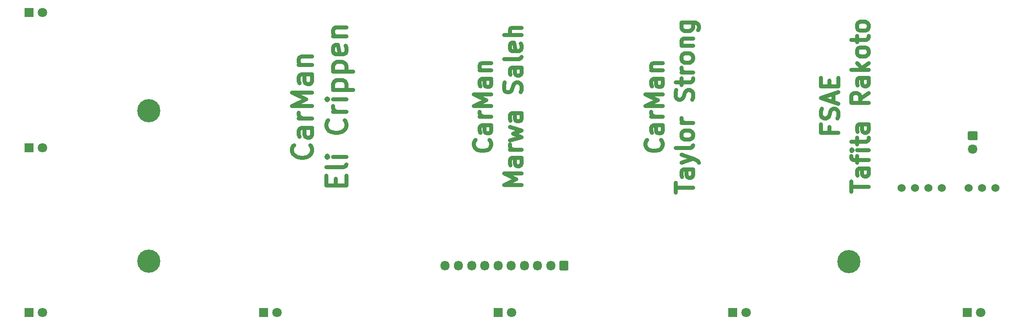
<source format=gbr>
%TF.GenerationSoftware,KiCad,Pcbnew,(5.1.9)-1*%
%TF.CreationDate,2022-03-08T15:51:05-05:00*%
%TF.ProjectId,Front Dash,46726f6e-7420-4446-9173-682e6b696361,rev?*%
%TF.SameCoordinates,Original*%
%TF.FileFunction,Soldermask,Top*%
%TF.FilePolarity,Negative*%
%FSLAX46Y46*%
G04 Gerber Fmt 4.6, Leading zero omitted, Abs format (unit mm)*
G04 Created by KiCad (PCBNEW (5.1.9)-1) date 2022-03-08 15:51:05*
%MOMM*%
%LPD*%
G01*
G04 APERTURE LIST*
%ADD10C,0.762000*%
%ADD11C,1.800000*%
%ADD12R,1.800000X1.800000*%
%ADD13C,1.524000*%
%ADD14C,4.400000*%
%ADD15O,1.850000X1.700000*%
%ADD16O,1.700000X1.850000*%
G04 APERTURE END LIST*
D10*
X115470214Y-65513857D02*
X115651642Y-65695285D01*
X115833071Y-66239571D01*
X115833071Y-66602428D01*
X115651642Y-67146714D01*
X115288785Y-67509571D01*
X114925928Y-67691000D01*
X114200214Y-67872428D01*
X113655928Y-67872428D01*
X112930214Y-67691000D01*
X112567357Y-67509571D01*
X112204500Y-67146714D01*
X112023071Y-66602428D01*
X112023071Y-66239571D01*
X112204500Y-65695285D01*
X112385928Y-65513857D01*
X115833071Y-62248142D02*
X113837357Y-62248142D01*
X113474500Y-62429571D01*
X113293071Y-62792428D01*
X113293071Y-63518142D01*
X113474500Y-63881000D01*
X115651642Y-62248142D02*
X115833071Y-62611000D01*
X115833071Y-63518142D01*
X115651642Y-63881000D01*
X115288785Y-64062428D01*
X114925928Y-64062428D01*
X114563071Y-63881000D01*
X114381642Y-63518142D01*
X114381642Y-62611000D01*
X114200214Y-62248142D01*
X115833071Y-60433857D02*
X113293071Y-60433857D01*
X114018785Y-60433857D02*
X113655928Y-60252428D01*
X113474500Y-60071000D01*
X113293071Y-59708142D01*
X113293071Y-59345285D01*
X115833071Y-58075285D02*
X112023071Y-58075285D01*
X114744500Y-56805285D01*
X112023071Y-55535285D01*
X115833071Y-55535285D01*
X115833071Y-52088142D02*
X113837357Y-52088142D01*
X113474500Y-52269571D01*
X113293071Y-52632428D01*
X113293071Y-53358142D01*
X113474500Y-53721000D01*
X115651642Y-52088142D02*
X115833071Y-52451000D01*
X115833071Y-53358142D01*
X115651642Y-53721000D01*
X115288785Y-53902428D01*
X114925928Y-53902428D01*
X114563071Y-53721000D01*
X114381642Y-53358142D01*
X114381642Y-52451000D01*
X114200214Y-52088142D01*
X113293071Y-50273857D02*
X115833071Y-50273857D01*
X113655928Y-50273857D02*
X113474500Y-50092428D01*
X113293071Y-49729571D01*
X113293071Y-49185285D01*
X113474500Y-48822428D01*
X113837357Y-48641000D01*
X115833071Y-48641000D01*
X120314357Y-73133857D02*
X120314357Y-71863857D01*
X122310071Y-71319571D02*
X122310071Y-73133857D01*
X118500071Y-73133857D01*
X118500071Y-71319571D01*
X122310071Y-69142428D02*
X122128642Y-69505285D01*
X121765785Y-69686714D01*
X118500071Y-69686714D01*
X122310071Y-67691000D02*
X119770071Y-67691000D01*
X118500071Y-67691000D02*
X118681500Y-67872428D01*
X118862928Y-67691000D01*
X118681500Y-67509571D01*
X118500071Y-67691000D01*
X118862928Y-67691000D01*
X121947214Y-60796714D02*
X122128642Y-60978142D01*
X122310071Y-61522428D01*
X122310071Y-61885285D01*
X122128642Y-62429571D01*
X121765785Y-62792428D01*
X121402928Y-62973857D01*
X120677214Y-63155285D01*
X120132928Y-63155285D01*
X119407214Y-62973857D01*
X119044357Y-62792428D01*
X118681500Y-62429571D01*
X118500071Y-61885285D01*
X118500071Y-61522428D01*
X118681500Y-60978142D01*
X118862928Y-60796714D01*
X122310071Y-59163857D02*
X119770071Y-59163857D01*
X120495785Y-59163857D02*
X120132928Y-58982428D01*
X119951500Y-58801000D01*
X119770071Y-58438142D01*
X119770071Y-58075285D01*
X122310071Y-56805285D02*
X119770071Y-56805285D01*
X118500071Y-56805285D02*
X118681500Y-56986714D01*
X118862928Y-56805285D01*
X118681500Y-56623857D01*
X118500071Y-56805285D01*
X118862928Y-56805285D01*
X119770071Y-54991000D02*
X123580071Y-54991000D01*
X119951500Y-54991000D02*
X119770071Y-54628142D01*
X119770071Y-53902428D01*
X119951500Y-53539571D01*
X120132928Y-53358142D01*
X120495785Y-53176714D01*
X121584357Y-53176714D01*
X121947214Y-53358142D01*
X122128642Y-53539571D01*
X122310071Y-53902428D01*
X122310071Y-54628142D01*
X122128642Y-54991000D01*
X119770071Y-51543857D02*
X123580071Y-51543857D01*
X119951500Y-51543857D02*
X119770071Y-51181000D01*
X119770071Y-50455285D01*
X119951500Y-50092428D01*
X120132928Y-49911000D01*
X120495785Y-49729571D01*
X121584357Y-49729571D01*
X121947214Y-49911000D01*
X122128642Y-50092428D01*
X122310071Y-50455285D01*
X122310071Y-51181000D01*
X122128642Y-51543857D01*
X122128642Y-46645285D02*
X122310071Y-47008142D01*
X122310071Y-47733857D01*
X122128642Y-48096714D01*
X121765785Y-48278142D01*
X120314357Y-48278142D01*
X119951500Y-48096714D01*
X119770071Y-47733857D01*
X119770071Y-47008142D01*
X119951500Y-46645285D01*
X120314357Y-46463857D01*
X120677214Y-46463857D01*
X121040071Y-48278142D01*
X119770071Y-44831000D02*
X122310071Y-44831000D01*
X120132928Y-44831000D02*
X119951500Y-44649571D01*
X119770071Y-44286714D01*
X119770071Y-43742428D01*
X119951500Y-43379571D01*
X120314357Y-43198142D01*
X122310071Y-43198142D01*
X181963785Y-64534142D02*
X182121023Y-64691380D01*
X182278261Y-65163095D01*
X182278261Y-65477571D01*
X182121023Y-65949285D01*
X181806547Y-66263761D01*
X181492071Y-66421000D01*
X180863119Y-66578238D01*
X180391404Y-66578238D01*
X179762452Y-66421000D01*
X179447976Y-66263761D01*
X179133500Y-65949285D01*
X178976261Y-65477571D01*
X178976261Y-65163095D01*
X179133500Y-64691380D01*
X179290738Y-64534142D01*
X182278261Y-61703857D02*
X180548642Y-61703857D01*
X180234166Y-61861095D01*
X180076928Y-62175571D01*
X180076928Y-62804523D01*
X180234166Y-63119000D01*
X182121023Y-61703857D02*
X182278261Y-62018333D01*
X182278261Y-62804523D01*
X182121023Y-63119000D01*
X181806547Y-63276238D01*
X181492071Y-63276238D01*
X181177595Y-63119000D01*
X181020357Y-62804523D01*
X181020357Y-62018333D01*
X180863119Y-61703857D01*
X182278261Y-60131476D02*
X180076928Y-60131476D01*
X180705880Y-60131476D02*
X180391404Y-59974238D01*
X180234166Y-59817000D01*
X180076928Y-59502523D01*
X180076928Y-59188047D01*
X182278261Y-58087380D02*
X178976261Y-58087380D01*
X181334833Y-56986714D01*
X178976261Y-55886047D01*
X182278261Y-55886047D01*
X182278261Y-52898523D02*
X180548642Y-52898523D01*
X180234166Y-53055761D01*
X180076928Y-53370238D01*
X180076928Y-53999190D01*
X180234166Y-54313666D01*
X182121023Y-52898523D02*
X182278261Y-53213000D01*
X182278261Y-53999190D01*
X182121023Y-54313666D01*
X181806547Y-54470904D01*
X181492071Y-54470904D01*
X181177595Y-54313666D01*
X181020357Y-53999190D01*
X181020357Y-53213000D01*
X180863119Y-52898523D01*
X180076928Y-51326142D02*
X182278261Y-51326142D01*
X180391404Y-51326142D02*
X180234166Y-51168904D01*
X180076928Y-50854428D01*
X180076928Y-50382714D01*
X180234166Y-50068238D01*
X180548642Y-49911000D01*
X182278261Y-49911000D01*
X184691261Y-74518761D02*
X184691261Y-72631904D01*
X187993261Y-73575333D02*
X184691261Y-73575333D01*
X187993261Y-70116095D02*
X186263642Y-70116095D01*
X185949166Y-70273333D01*
X185791928Y-70587809D01*
X185791928Y-71216761D01*
X185949166Y-71531238D01*
X187836023Y-70116095D02*
X187993261Y-70430571D01*
X187993261Y-71216761D01*
X187836023Y-71531238D01*
X187521547Y-71688476D01*
X187207071Y-71688476D01*
X186892595Y-71531238D01*
X186735357Y-71216761D01*
X186735357Y-70430571D01*
X186578119Y-70116095D01*
X185791928Y-68858190D02*
X187993261Y-68072000D01*
X185791928Y-67285809D02*
X187993261Y-68072000D01*
X188779452Y-68386476D01*
X188936690Y-68543714D01*
X189093928Y-68858190D01*
X187993261Y-65556190D02*
X187836023Y-65870666D01*
X187521547Y-66027904D01*
X184691261Y-66027904D01*
X187993261Y-63826571D02*
X187836023Y-64141047D01*
X187678785Y-64298285D01*
X187364309Y-64455523D01*
X186420880Y-64455523D01*
X186106404Y-64298285D01*
X185949166Y-64141047D01*
X185791928Y-63826571D01*
X185791928Y-63354857D01*
X185949166Y-63040380D01*
X186106404Y-62883142D01*
X186420880Y-62725904D01*
X187364309Y-62725904D01*
X187678785Y-62883142D01*
X187836023Y-63040380D01*
X187993261Y-63354857D01*
X187993261Y-63826571D01*
X187993261Y-61310761D02*
X185791928Y-61310761D01*
X186420880Y-61310761D02*
X186106404Y-61153523D01*
X185949166Y-60996285D01*
X185791928Y-60681809D01*
X185791928Y-60367333D01*
X187836023Y-56908095D02*
X187993261Y-56436380D01*
X187993261Y-55650190D01*
X187836023Y-55335714D01*
X187678785Y-55178476D01*
X187364309Y-55021238D01*
X187049833Y-55021238D01*
X186735357Y-55178476D01*
X186578119Y-55335714D01*
X186420880Y-55650190D01*
X186263642Y-56279142D01*
X186106404Y-56593619D01*
X185949166Y-56750857D01*
X185634690Y-56908095D01*
X185320214Y-56908095D01*
X185005738Y-56750857D01*
X184848500Y-56593619D01*
X184691261Y-56279142D01*
X184691261Y-55492952D01*
X184848500Y-55021238D01*
X185791928Y-54077809D02*
X185791928Y-52819904D01*
X184691261Y-53606095D02*
X187521547Y-53606095D01*
X187836023Y-53448857D01*
X187993261Y-53134380D01*
X187993261Y-52819904D01*
X187993261Y-51719238D02*
X185791928Y-51719238D01*
X186420880Y-51719238D02*
X186106404Y-51562000D01*
X185949166Y-51404761D01*
X185791928Y-51090285D01*
X185791928Y-50775809D01*
X187993261Y-49203428D02*
X187836023Y-49517904D01*
X187678785Y-49675142D01*
X187364309Y-49832380D01*
X186420880Y-49832380D01*
X186106404Y-49675142D01*
X185949166Y-49517904D01*
X185791928Y-49203428D01*
X185791928Y-48731714D01*
X185949166Y-48417238D01*
X186106404Y-48260000D01*
X186420880Y-48102761D01*
X187364309Y-48102761D01*
X187678785Y-48260000D01*
X187836023Y-48417238D01*
X187993261Y-48731714D01*
X187993261Y-49203428D01*
X185791928Y-46687619D02*
X187993261Y-46687619D01*
X186106404Y-46687619D02*
X185949166Y-46530380D01*
X185791928Y-46215904D01*
X185791928Y-45744190D01*
X185949166Y-45429714D01*
X186263642Y-45272476D01*
X187993261Y-45272476D01*
X185791928Y-42284952D02*
X188464976Y-42284952D01*
X188779452Y-42442190D01*
X188936690Y-42599428D01*
X189093928Y-42913904D01*
X189093928Y-43385619D01*
X188936690Y-43700095D01*
X187836023Y-42284952D02*
X187993261Y-42599428D01*
X187993261Y-43228380D01*
X187836023Y-43542857D01*
X187678785Y-43700095D01*
X187364309Y-43857333D01*
X186420880Y-43857333D01*
X186106404Y-43700095D01*
X185949166Y-43542857D01*
X185791928Y-43228380D01*
X185791928Y-42599428D01*
X185949166Y-42284952D01*
X213822642Y-62048571D02*
X213822642Y-63149238D01*
X215552261Y-63149238D02*
X212250261Y-63149238D01*
X212250261Y-61576857D01*
X215395023Y-60476190D02*
X215552261Y-60004476D01*
X215552261Y-59218285D01*
X215395023Y-58903809D01*
X215237785Y-58746571D01*
X214923309Y-58589333D01*
X214608833Y-58589333D01*
X214294357Y-58746571D01*
X214137119Y-58903809D01*
X213979880Y-59218285D01*
X213822642Y-59847238D01*
X213665404Y-60161714D01*
X213508166Y-60318952D01*
X213193690Y-60476190D01*
X212879214Y-60476190D01*
X212564738Y-60318952D01*
X212407500Y-60161714D01*
X212250261Y-59847238D01*
X212250261Y-59061047D01*
X212407500Y-58589333D01*
X214608833Y-57331428D02*
X214608833Y-55759047D01*
X215552261Y-57645904D02*
X212250261Y-56545238D01*
X215552261Y-55444571D01*
X213822642Y-54343904D02*
X213822642Y-53243238D01*
X215552261Y-52771523D02*
X215552261Y-54343904D01*
X212250261Y-54343904D01*
X212250261Y-52771523D01*
X217965261Y-74313142D02*
X217965261Y-72426285D01*
X221267261Y-73369714D02*
X217965261Y-73369714D01*
X221267261Y-69910476D02*
X219537642Y-69910476D01*
X219223166Y-70067714D01*
X219065928Y-70382190D01*
X219065928Y-71011142D01*
X219223166Y-71325619D01*
X221110023Y-69910476D02*
X221267261Y-70224952D01*
X221267261Y-71011142D01*
X221110023Y-71325619D01*
X220795547Y-71482857D01*
X220481071Y-71482857D01*
X220166595Y-71325619D01*
X220009357Y-71011142D01*
X220009357Y-70224952D01*
X219852119Y-69910476D01*
X219065928Y-68809809D02*
X219065928Y-67551904D01*
X221267261Y-68338095D02*
X218436976Y-68338095D01*
X218122500Y-68180857D01*
X217965261Y-67866380D01*
X217965261Y-67551904D01*
X221267261Y-66451238D02*
X219065928Y-66451238D01*
X217965261Y-66451238D02*
X218122500Y-66608476D01*
X218279738Y-66451238D01*
X218122500Y-66294000D01*
X217965261Y-66451238D01*
X218279738Y-66451238D01*
X219065928Y-65350571D02*
X219065928Y-64092666D01*
X217965261Y-64878857D02*
X220795547Y-64878857D01*
X221110023Y-64721619D01*
X221267261Y-64407142D01*
X221267261Y-64092666D01*
X221267261Y-61576857D02*
X219537642Y-61576857D01*
X219223166Y-61734095D01*
X219065928Y-62048571D01*
X219065928Y-62677523D01*
X219223166Y-62992000D01*
X221110023Y-61576857D02*
X221267261Y-61891333D01*
X221267261Y-62677523D01*
X221110023Y-62992000D01*
X220795547Y-63149238D01*
X220481071Y-63149238D01*
X220166595Y-62992000D01*
X220009357Y-62677523D01*
X220009357Y-61891333D01*
X219852119Y-61576857D01*
X221267261Y-55601809D02*
X219694880Y-56702476D01*
X221267261Y-57488666D02*
X217965261Y-57488666D01*
X217965261Y-56230761D01*
X218122500Y-55916285D01*
X218279738Y-55759047D01*
X218594214Y-55601809D01*
X219065928Y-55601809D01*
X219380404Y-55759047D01*
X219537642Y-55916285D01*
X219694880Y-56230761D01*
X219694880Y-57488666D01*
X221267261Y-52771523D02*
X219537642Y-52771523D01*
X219223166Y-52928761D01*
X219065928Y-53243238D01*
X219065928Y-53872190D01*
X219223166Y-54186666D01*
X221110023Y-52771523D02*
X221267261Y-53086000D01*
X221267261Y-53872190D01*
X221110023Y-54186666D01*
X220795547Y-54343904D01*
X220481071Y-54343904D01*
X220166595Y-54186666D01*
X220009357Y-53872190D01*
X220009357Y-53086000D01*
X219852119Y-52771523D01*
X221267261Y-51199142D02*
X217965261Y-51199142D01*
X220009357Y-50884666D02*
X221267261Y-49941238D01*
X219065928Y-49941238D02*
X220323833Y-51199142D01*
X221267261Y-48054380D02*
X221110023Y-48368857D01*
X220952785Y-48526095D01*
X220638309Y-48683333D01*
X219694880Y-48683333D01*
X219380404Y-48526095D01*
X219223166Y-48368857D01*
X219065928Y-48054380D01*
X219065928Y-47582666D01*
X219223166Y-47268190D01*
X219380404Y-47110952D01*
X219694880Y-46953714D01*
X220638309Y-46953714D01*
X220952785Y-47110952D01*
X221110023Y-47268190D01*
X221267261Y-47582666D01*
X221267261Y-48054380D01*
X219065928Y-46010285D02*
X219065928Y-44752380D01*
X217965261Y-45538571D02*
X220795547Y-45538571D01*
X221110023Y-45381333D01*
X221267261Y-45066857D01*
X221267261Y-44752380D01*
X221267261Y-43180000D02*
X221110023Y-43494476D01*
X220952785Y-43651714D01*
X220638309Y-43808952D01*
X219694880Y-43808952D01*
X219380404Y-43651714D01*
X219223166Y-43494476D01*
X219065928Y-43180000D01*
X219065928Y-42708285D01*
X219223166Y-42393809D01*
X219380404Y-42236571D01*
X219694880Y-42079333D01*
X220638309Y-42079333D01*
X220952785Y-42236571D01*
X221110023Y-42393809D01*
X221267261Y-42708285D01*
X221267261Y-43180000D01*
X149451785Y-64534142D02*
X149609023Y-64691380D01*
X149766261Y-65163095D01*
X149766261Y-65477571D01*
X149609023Y-65949285D01*
X149294547Y-66263761D01*
X148980071Y-66421000D01*
X148351119Y-66578238D01*
X147879404Y-66578238D01*
X147250452Y-66421000D01*
X146935976Y-66263761D01*
X146621500Y-65949285D01*
X146464261Y-65477571D01*
X146464261Y-65163095D01*
X146621500Y-64691380D01*
X146778738Y-64534142D01*
X149766261Y-61703857D02*
X148036642Y-61703857D01*
X147722166Y-61861095D01*
X147564928Y-62175571D01*
X147564928Y-62804523D01*
X147722166Y-63119000D01*
X149609023Y-61703857D02*
X149766261Y-62018333D01*
X149766261Y-62804523D01*
X149609023Y-63119000D01*
X149294547Y-63276238D01*
X148980071Y-63276238D01*
X148665595Y-63119000D01*
X148508357Y-62804523D01*
X148508357Y-62018333D01*
X148351119Y-61703857D01*
X149766261Y-60131476D02*
X147564928Y-60131476D01*
X148193880Y-60131476D02*
X147879404Y-59974238D01*
X147722166Y-59817000D01*
X147564928Y-59502523D01*
X147564928Y-59188047D01*
X149766261Y-58087380D02*
X146464261Y-58087380D01*
X148822833Y-56986714D01*
X146464261Y-55886047D01*
X149766261Y-55886047D01*
X149766261Y-52898523D02*
X148036642Y-52898523D01*
X147722166Y-53055761D01*
X147564928Y-53370238D01*
X147564928Y-53999190D01*
X147722166Y-54313666D01*
X149609023Y-52898523D02*
X149766261Y-53213000D01*
X149766261Y-53999190D01*
X149609023Y-54313666D01*
X149294547Y-54470904D01*
X148980071Y-54470904D01*
X148665595Y-54313666D01*
X148508357Y-53999190D01*
X148508357Y-53213000D01*
X148351119Y-52898523D01*
X147564928Y-51326142D02*
X149766261Y-51326142D01*
X147879404Y-51326142D02*
X147722166Y-51168904D01*
X147564928Y-50854428D01*
X147564928Y-50382714D01*
X147722166Y-50068238D01*
X148036642Y-49911000D01*
X149766261Y-49911000D01*
X155481261Y-73103619D02*
X152179261Y-73103619D01*
X154537833Y-72002952D01*
X152179261Y-70902285D01*
X155481261Y-70902285D01*
X155481261Y-67914761D02*
X153751642Y-67914761D01*
X153437166Y-68072000D01*
X153279928Y-68386476D01*
X153279928Y-69015428D01*
X153437166Y-69329904D01*
X155324023Y-67914761D02*
X155481261Y-68229238D01*
X155481261Y-69015428D01*
X155324023Y-69329904D01*
X155009547Y-69487142D01*
X154695071Y-69487142D01*
X154380595Y-69329904D01*
X154223357Y-69015428D01*
X154223357Y-68229238D01*
X154066119Y-67914761D01*
X155481261Y-66342380D02*
X153279928Y-66342380D01*
X153908880Y-66342380D02*
X153594404Y-66185142D01*
X153437166Y-66027904D01*
X153279928Y-65713428D01*
X153279928Y-65398952D01*
X153279928Y-64612761D02*
X155481261Y-63983809D01*
X153908880Y-63354857D01*
X155481261Y-62725904D01*
X153279928Y-62096952D01*
X155481261Y-59423904D02*
X153751642Y-59423904D01*
X153437166Y-59581142D01*
X153279928Y-59895619D01*
X153279928Y-60524571D01*
X153437166Y-60839047D01*
X155324023Y-59423904D02*
X155481261Y-59738380D01*
X155481261Y-60524571D01*
X155324023Y-60839047D01*
X155009547Y-60996285D01*
X154695071Y-60996285D01*
X154380595Y-60839047D01*
X154223357Y-60524571D01*
X154223357Y-59738380D01*
X154066119Y-59423904D01*
X155324023Y-55492952D02*
X155481261Y-55021238D01*
X155481261Y-54235047D01*
X155324023Y-53920571D01*
X155166785Y-53763333D01*
X154852309Y-53606095D01*
X154537833Y-53606095D01*
X154223357Y-53763333D01*
X154066119Y-53920571D01*
X153908880Y-54235047D01*
X153751642Y-54864000D01*
X153594404Y-55178476D01*
X153437166Y-55335714D01*
X153122690Y-55492952D01*
X152808214Y-55492952D01*
X152493738Y-55335714D01*
X152336500Y-55178476D01*
X152179261Y-54864000D01*
X152179261Y-54077809D01*
X152336500Y-53606095D01*
X155481261Y-50775809D02*
X153751642Y-50775809D01*
X153437166Y-50933047D01*
X153279928Y-51247523D01*
X153279928Y-51876476D01*
X153437166Y-52190952D01*
X155324023Y-50775809D02*
X155481261Y-51090285D01*
X155481261Y-51876476D01*
X155324023Y-52190952D01*
X155009547Y-52348190D01*
X154695071Y-52348190D01*
X154380595Y-52190952D01*
X154223357Y-51876476D01*
X154223357Y-51090285D01*
X154066119Y-50775809D01*
X155481261Y-48731714D02*
X155324023Y-49046190D01*
X155009547Y-49203428D01*
X152179261Y-49203428D01*
X155324023Y-46215904D02*
X155481261Y-46530380D01*
X155481261Y-47159333D01*
X155324023Y-47473809D01*
X155009547Y-47631047D01*
X153751642Y-47631047D01*
X153437166Y-47473809D01*
X153279928Y-47159333D01*
X153279928Y-46530380D01*
X153437166Y-46215904D01*
X153751642Y-46058666D01*
X154066119Y-46058666D01*
X154380595Y-47631047D01*
X155481261Y-44643523D02*
X152179261Y-44643523D01*
X155481261Y-43228380D02*
X153751642Y-43228380D01*
X153437166Y-43385619D01*
X153279928Y-43700095D01*
X153279928Y-44171809D01*
X153437166Y-44486285D01*
X153594404Y-44643523D01*
D11*
%TO.C,D1*%
X242570000Y-97282000D03*
D12*
X240030000Y-97282000D03*
%TD*%
D11*
%TO.C,D7*%
X64770000Y-97282000D03*
D12*
X62230000Y-97282000D03*
%TD*%
D11*
%TO.C,D6*%
X64770000Y-66040000D03*
D12*
X62230000Y-66040000D03*
%TD*%
D11*
%TO.C,D5*%
X64770000Y-40386000D03*
D12*
X62230000Y-40386000D03*
%TD*%
D11*
%TO.C,D4*%
X109220000Y-97282000D03*
D12*
X106680000Y-97282000D03*
%TD*%
D11*
%TO.C,D3*%
X153670000Y-97282000D03*
D12*
X151130000Y-97282000D03*
%TD*%
D11*
%TO.C,D2*%
X198120000Y-97282000D03*
D12*
X195580000Y-97282000D03*
%TD*%
D13*
%TO.C,PS1*%
X227584000Y-73660000D03*
X230124000Y-73660000D03*
X232664000Y-73660000D03*
X235204000Y-73660000D03*
X240284000Y-73660000D03*
X242824000Y-73660000D03*
X245364000Y-73660000D03*
%TD*%
D14*
%TO.C,H3*%
X217551000Y-87630000D03*
%TD*%
%TO.C,H2*%
X84861400Y-59004200D03*
%TD*%
%TO.C,H1*%
X84861400Y-87579200D03*
%TD*%
D15*
%TO.C,J2*%
X241046000Y-66254000D03*
G36*
G01*
X240371000Y-62904000D02*
X241721000Y-62904000D01*
G75*
G02*
X241971000Y-63154000I0J-250000D01*
G01*
X241971000Y-64354000D01*
G75*
G02*
X241721000Y-64604000I-250000J0D01*
G01*
X240371000Y-64604000D01*
G75*
G02*
X240121000Y-64354000I0J250000D01*
G01*
X240121000Y-63154000D01*
G75*
G02*
X240371000Y-62904000I250000J0D01*
G01*
G37*
%TD*%
D16*
%TO.C,J1*%
X141076000Y-88392000D03*
X143576000Y-88392000D03*
X146076000Y-88392000D03*
X148576000Y-88392000D03*
X151076000Y-88392000D03*
X153576000Y-88392000D03*
X156076000Y-88392000D03*
X158576000Y-88392000D03*
X161076000Y-88392000D03*
G36*
G01*
X164426000Y-87717000D02*
X164426000Y-89067000D01*
G75*
G02*
X164176000Y-89317000I-250000J0D01*
G01*
X162976000Y-89317000D01*
G75*
G02*
X162726000Y-89067000I0J250000D01*
G01*
X162726000Y-87717000D01*
G75*
G02*
X162976000Y-87467000I250000J0D01*
G01*
X164176000Y-87467000D01*
G75*
G02*
X164426000Y-87717000I0J-250000D01*
G01*
G37*
%TD*%
M02*

</source>
